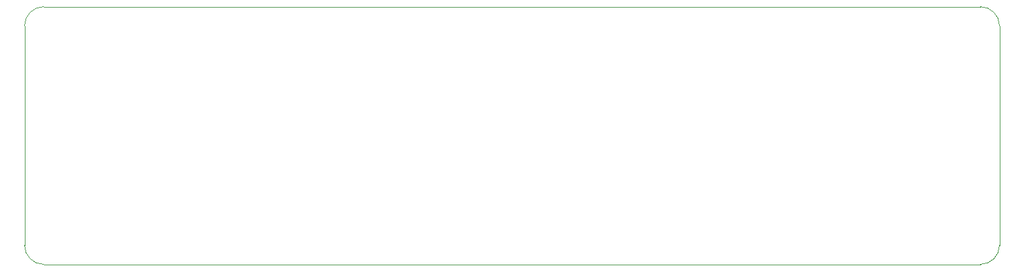
<source format=gbr>
%TF.GenerationSoftware,KiCad,Pcbnew,(5.1.12)-1*%
%TF.CreationDate,2021-12-02T22:11:06-06:00*%
%TF.ProjectId,CANA_BOARD,43414e41-5f42-44f4-9152-442e6b696361,rev?*%
%TF.SameCoordinates,Original*%
%TF.FileFunction,Profile,NP*%
%FSLAX46Y46*%
G04 Gerber Fmt 4.6, Leading zero omitted, Abs format (unit mm)*
G04 Created by KiCad (PCBNEW (5.1.12)-1) date 2021-12-02 22:11:06*
%MOMM*%
%LPD*%
G01*
G04 APERTURE LIST*
%TA.AperFunction,Profile*%
%ADD10C,0.050000*%
%TD*%
G04 APERTURE END LIST*
D10*
X232410000Y-67310000D02*
X107950000Y-67310000D01*
X234950000Y-69850000D02*
X234950000Y-99060000D01*
X107950000Y-101600000D02*
X232410000Y-101600000D01*
X105410000Y-69850000D02*
X105410000Y-99060000D01*
X232410000Y-67310000D02*
G75*
G02*
X234950000Y-69850000I0J-2540000D01*
G01*
X234950000Y-99060000D02*
G75*
G02*
X232410000Y-101600000I-2540000J0D01*
G01*
X105410000Y-69850000D02*
G75*
G02*
X107950000Y-67310000I2540000J0D01*
G01*
X107950000Y-101600000D02*
G75*
G02*
X105410000Y-99060000I0J2540000D01*
G01*
M02*

</source>
